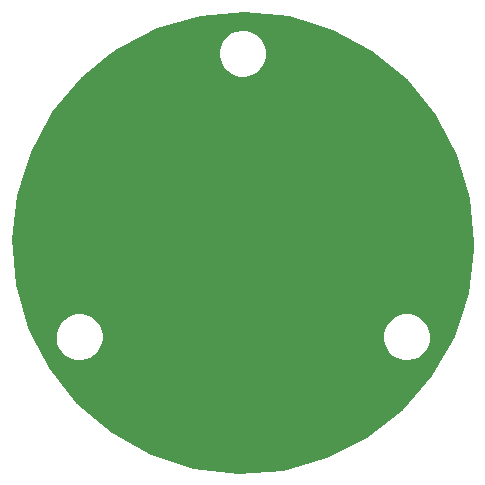
<source format=gbl>
G04 #@! TF.FileFunction,Copper,L2,Bot,Signal*
%FSLAX46Y46*%
G04 Gerber Fmt 4.6, Leading zero omitted, Abs format (unit mm)*
G04 Created by KiCad (PCBNEW 4.0.4+e1-6308~48~ubuntu16.04.1-stable) date Sat Nov 26 13:58:56 2016*
%MOMM*%
%LPD*%
G01*
G04 APERTURE LIST*
%ADD10C,0.100000*%
%ADD11C,0.750000*%
%ADD12C,0.250000*%
G04 APERTURE END LIST*
D10*
D11*
X156650000Y-100200000D03*
X143825000Y-78025000D03*
D12*
G36*
X143910966Y-75947261D02*
X147537178Y-77069762D01*
X150876302Y-78875219D01*
X153801151Y-81294865D01*
X156200318Y-84236534D01*
X157982420Y-87588181D01*
X159079578Y-91222142D01*
X159450000Y-95000000D01*
X159442417Y-95543076D01*
X158966655Y-99309118D01*
X157768459Y-102911028D01*
X155893468Y-106211609D01*
X153413100Y-109085143D01*
X150421831Y-111422178D01*
X147033598Y-113133698D01*
X143377457Y-114154511D01*
X139592670Y-114445734D01*
X135823398Y-113996276D01*
X132213211Y-112823255D01*
X128899621Y-110971352D01*
X126008841Y-108511105D01*
X123650980Y-105536225D01*
X122437204Y-103174472D01*
X124065867Y-103174472D01*
X124139325Y-103574715D01*
X124289125Y-103953067D01*
X124509562Y-104295118D01*
X124792238Y-104587838D01*
X125126387Y-104820077D01*
X125499281Y-104982991D01*
X125896717Y-105070373D01*
X126303556Y-105078895D01*
X126704303Y-105008232D01*
X127083692Y-104861077D01*
X127427273Y-104643034D01*
X127721959Y-104362408D01*
X127956526Y-104029889D01*
X128122038Y-103658141D01*
X128212193Y-103261325D01*
X128213405Y-103174472D01*
X151778679Y-103174472D01*
X151852137Y-103574715D01*
X152001937Y-103953067D01*
X152222374Y-104295118D01*
X152505050Y-104587838D01*
X152839199Y-104820077D01*
X153212093Y-104982991D01*
X153609529Y-105070373D01*
X154016368Y-105078895D01*
X154417115Y-105008232D01*
X154796504Y-104861077D01*
X155140085Y-104643034D01*
X155434771Y-104362408D01*
X155669338Y-104029889D01*
X155834850Y-103658141D01*
X155925005Y-103261325D01*
X155931495Y-102796536D01*
X155852455Y-102397357D01*
X155697387Y-102021133D01*
X155472196Y-101682194D01*
X155185461Y-101393449D01*
X154848102Y-101165898D01*
X154472969Y-101008206D01*
X154074352Y-100926382D01*
X153667433Y-100923541D01*
X153267713Y-100999792D01*
X152890415Y-101152230D01*
X152549912Y-101375049D01*
X152259173Y-101659762D01*
X152029272Y-101995524D01*
X151868965Y-102369547D01*
X151784360Y-102767583D01*
X151778679Y-103174472D01*
X128213405Y-103174472D01*
X128218683Y-102796536D01*
X128139643Y-102397357D01*
X127984575Y-102021133D01*
X127759384Y-101682194D01*
X127472649Y-101393449D01*
X127135290Y-101165898D01*
X126760157Y-101008206D01*
X126361540Y-100926382D01*
X125954621Y-100923541D01*
X125554901Y-100999792D01*
X125177603Y-101152230D01*
X124837100Y-101375049D01*
X124546361Y-101659762D01*
X124316460Y-101995524D01*
X124156153Y-102369547D01*
X124071548Y-102767583D01*
X124065867Y-103174472D01*
X122437204Y-103174472D01*
X121915847Y-102160023D01*
X120869535Y-98511097D01*
X120551896Y-94728436D01*
X120975029Y-90956118D01*
X122122818Y-87337830D01*
X123951542Y-84011392D01*
X126391548Y-81103506D01*
X128790782Y-79174472D01*
X137922273Y-79174472D01*
X137995731Y-79574715D01*
X138145531Y-79953067D01*
X138365968Y-80295118D01*
X138648644Y-80587838D01*
X138982793Y-80820077D01*
X139355687Y-80982991D01*
X139753123Y-81070373D01*
X140159962Y-81078895D01*
X140560709Y-81008232D01*
X140940098Y-80861077D01*
X141283679Y-80643034D01*
X141578365Y-80362408D01*
X141812932Y-80029889D01*
X141978444Y-79658141D01*
X142068599Y-79261325D01*
X142075089Y-78796536D01*
X141996049Y-78397357D01*
X141840981Y-78021133D01*
X141615790Y-77682194D01*
X141329055Y-77393449D01*
X140991696Y-77165898D01*
X140616563Y-77008206D01*
X140217946Y-76926382D01*
X139811027Y-76923541D01*
X139411307Y-76999792D01*
X139034009Y-77152230D01*
X138693506Y-77375049D01*
X138402767Y-77659762D01*
X138172866Y-77995524D01*
X138012559Y-78369547D01*
X137927954Y-78767583D01*
X137922273Y-79174472D01*
X128790782Y-79174472D01*
X129349895Y-78724934D01*
X132713902Y-76966274D01*
X136355433Y-75894513D01*
X140135786Y-75550474D01*
X143910966Y-75947261D01*
X143910966Y-75947261D01*
G37*
X143910966Y-75947261D02*
X147537178Y-77069762D01*
X150876302Y-78875219D01*
X153801151Y-81294865D01*
X156200318Y-84236534D01*
X157982420Y-87588181D01*
X159079578Y-91222142D01*
X159450000Y-95000000D01*
X159442417Y-95543076D01*
X158966655Y-99309118D01*
X157768459Y-102911028D01*
X155893468Y-106211609D01*
X153413100Y-109085143D01*
X150421831Y-111422178D01*
X147033598Y-113133698D01*
X143377457Y-114154511D01*
X139592670Y-114445734D01*
X135823398Y-113996276D01*
X132213211Y-112823255D01*
X128899621Y-110971352D01*
X126008841Y-108511105D01*
X123650980Y-105536225D01*
X122437204Y-103174472D01*
X124065867Y-103174472D01*
X124139325Y-103574715D01*
X124289125Y-103953067D01*
X124509562Y-104295118D01*
X124792238Y-104587838D01*
X125126387Y-104820077D01*
X125499281Y-104982991D01*
X125896717Y-105070373D01*
X126303556Y-105078895D01*
X126704303Y-105008232D01*
X127083692Y-104861077D01*
X127427273Y-104643034D01*
X127721959Y-104362408D01*
X127956526Y-104029889D01*
X128122038Y-103658141D01*
X128212193Y-103261325D01*
X128213405Y-103174472D01*
X151778679Y-103174472D01*
X151852137Y-103574715D01*
X152001937Y-103953067D01*
X152222374Y-104295118D01*
X152505050Y-104587838D01*
X152839199Y-104820077D01*
X153212093Y-104982991D01*
X153609529Y-105070373D01*
X154016368Y-105078895D01*
X154417115Y-105008232D01*
X154796504Y-104861077D01*
X155140085Y-104643034D01*
X155434771Y-104362408D01*
X155669338Y-104029889D01*
X155834850Y-103658141D01*
X155925005Y-103261325D01*
X155931495Y-102796536D01*
X155852455Y-102397357D01*
X155697387Y-102021133D01*
X155472196Y-101682194D01*
X155185461Y-101393449D01*
X154848102Y-101165898D01*
X154472969Y-101008206D01*
X154074352Y-100926382D01*
X153667433Y-100923541D01*
X153267713Y-100999792D01*
X152890415Y-101152230D01*
X152549912Y-101375049D01*
X152259173Y-101659762D01*
X152029272Y-101995524D01*
X151868965Y-102369547D01*
X151784360Y-102767583D01*
X151778679Y-103174472D01*
X128213405Y-103174472D01*
X128218683Y-102796536D01*
X128139643Y-102397357D01*
X127984575Y-102021133D01*
X127759384Y-101682194D01*
X127472649Y-101393449D01*
X127135290Y-101165898D01*
X126760157Y-101008206D01*
X126361540Y-100926382D01*
X125954621Y-100923541D01*
X125554901Y-100999792D01*
X125177603Y-101152230D01*
X124837100Y-101375049D01*
X124546361Y-101659762D01*
X124316460Y-101995524D01*
X124156153Y-102369547D01*
X124071548Y-102767583D01*
X124065867Y-103174472D01*
X122437204Y-103174472D01*
X121915847Y-102160023D01*
X120869535Y-98511097D01*
X120551896Y-94728436D01*
X120975029Y-90956118D01*
X122122818Y-87337830D01*
X123951542Y-84011392D01*
X126391548Y-81103506D01*
X128790782Y-79174472D01*
X137922273Y-79174472D01*
X137995731Y-79574715D01*
X138145531Y-79953067D01*
X138365968Y-80295118D01*
X138648644Y-80587838D01*
X138982793Y-80820077D01*
X139355687Y-80982991D01*
X139753123Y-81070373D01*
X140159962Y-81078895D01*
X140560709Y-81008232D01*
X140940098Y-80861077D01*
X141283679Y-80643034D01*
X141578365Y-80362408D01*
X141812932Y-80029889D01*
X141978444Y-79658141D01*
X142068599Y-79261325D01*
X142075089Y-78796536D01*
X141996049Y-78397357D01*
X141840981Y-78021133D01*
X141615790Y-77682194D01*
X141329055Y-77393449D01*
X140991696Y-77165898D01*
X140616563Y-77008206D01*
X140217946Y-76926382D01*
X139811027Y-76923541D01*
X139411307Y-76999792D01*
X139034009Y-77152230D01*
X138693506Y-77375049D01*
X138402767Y-77659762D01*
X138172866Y-77995524D01*
X138012559Y-78369547D01*
X137927954Y-78767583D01*
X137922273Y-79174472D01*
X128790782Y-79174472D01*
X129349895Y-78724934D01*
X132713902Y-76966274D01*
X136355433Y-75894513D01*
X140135786Y-75550474D01*
X143910966Y-75947261D01*
M02*

</source>
